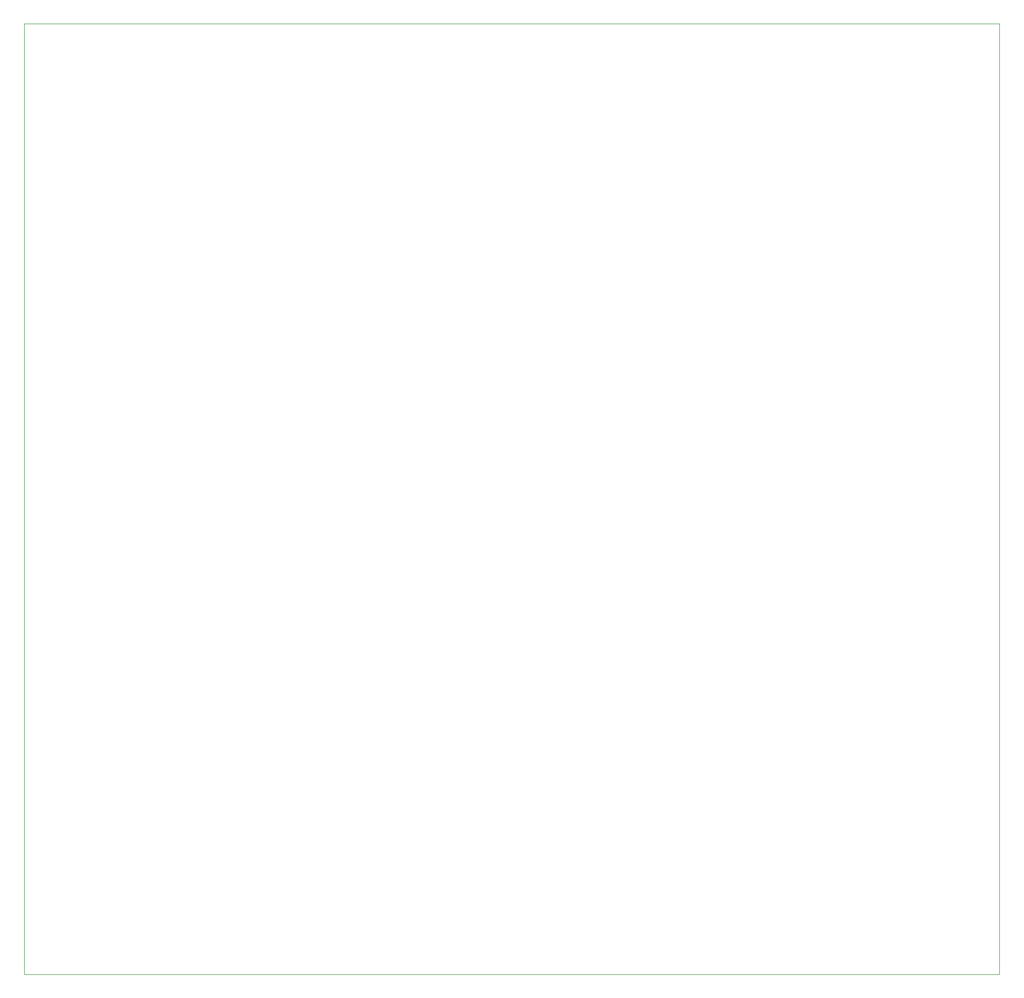
<source format=gbr>
%FSLAX34Y34*%
%MOMM*%
%LNOUTLINE*%
G71*
G01*
%ADD10C,0.002*%
%LPD*%
G54D10*
X-1504950Y428500D02*
X135050Y428500D01*
X135050Y-1171500D01*
X-1504950Y-1171500D01*
X-1504950Y428500D01*
M02*

</source>
